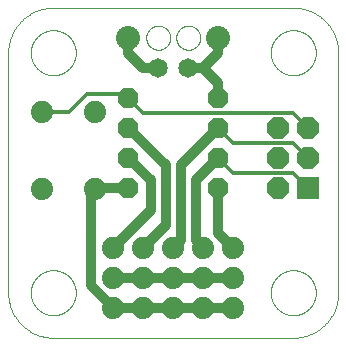
<source format=gbl>
G75*
%MOIN*%
%OFA0B0*%
%FSLAX25Y25*%
%IPPOS*%
%LPD*%
%AMOC8*
5,1,8,0,0,1.08239X$1,22.5*
%
%ADD10C,0.00000*%
%ADD11OC8,0.06800*%
%ADD12R,0.07400X0.07400*%
%ADD13OC8,0.07400*%
%ADD14C,0.08000*%
%ADD15C,0.07400*%
%ADD16C,0.06500*%
%ADD17C,0.03200*%
%ADD18C,0.01200*%
D10*
X0001000Y0016000D02*
X0001000Y0096000D01*
X0008500Y0096000D02*
X0008502Y0096184D01*
X0008509Y0096368D01*
X0008520Y0096552D01*
X0008536Y0096735D01*
X0008556Y0096918D01*
X0008581Y0097100D01*
X0008610Y0097282D01*
X0008644Y0097463D01*
X0008682Y0097643D01*
X0008725Y0097822D01*
X0008772Y0098000D01*
X0008823Y0098177D01*
X0008879Y0098353D01*
X0008938Y0098527D01*
X0009003Y0098699D01*
X0009071Y0098870D01*
X0009143Y0099039D01*
X0009220Y0099207D01*
X0009301Y0099372D01*
X0009386Y0099535D01*
X0009474Y0099697D01*
X0009567Y0099856D01*
X0009664Y0100012D01*
X0009764Y0100167D01*
X0009868Y0100319D01*
X0009976Y0100468D01*
X0010087Y0100614D01*
X0010202Y0100758D01*
X0010321Y0100899D01*
X0010443Y0101037D01*
X0010568Y0101172D01*
X0010697Y0101303D01*
X0010828Y0101432D01*
X0010963Y0101557D01*
X0011101Y0101679D01*
X0011242Y0101798D01*
X0011386Y0101913D01*
X0011532Y0102024D01*
X0011681Y0102132D01*
X0011833Y0102236D01*
X0011988Y0102336D01*
X0012144Y0102433D01*
X0012303Y0102526D01*
X0012465Y0102614D01*
X0012628Y0102699D01*
X0012793Y0102780D01*
X0012961Y0102857D01*
X0013130Y0102929D01*
X0013301Y0102997D01*
X0013473Y0103062D01*
X0013647Y0103121D01*
X0013823Y0103177D01*
X0014000Y0103228D01*
X0014178Y0103275D01*
X0014357Y0103318D01*
X0014537Y0103356D01*
X0014718Y0103390D01*
X0014900Y0103419D01*
X0015082Y0103444D01*
X0015265Y0103464D01*
X0015448Y0103480D01*
X0015632Y0103491D01*
X0015816Y0103498D01*
X0016000Y0103500D01*
X0016184Y0103498D01*
X0016368Y0103491D01*
X0016552Y0103480D01*
X0016735Y0103464D01*
X0016918Y0103444D01*
X0017100Y0103419D01*
X0017282Y0103390D01*
X0017463Y0103356D01*
X0017643Y0103318D01*
X0017822Y0103275D01*
X0018000Y0103228D01*
X0018177Y0103177D01*
X0018353Y0103121D01*
X0018527Y0103062D01*
X0018699Y0102997D01*
X0018870Y0102929D01*
X0019039Y0102857D01*
X0019207Y0102780D01*
X0019372Y0102699D01*
X0019535Y0102614D01*
X0019697Y0102526D01*
X0019856Y0102433D01*
X0020012Y0102336D01*
X0020167Y0102236D01*
X0020319Y0102132D01*
X0020468Y0102024D01*
X0020614Y0101913D01*
X0020758Y0101798D01*
X0020899Y0101679D01*
X0021037Y0101557D01*
X0021172Y0101432D01*
X0021303Y0101303D01*
X0021432Y0101172D01*
X0021557Y0101037D01*
X0021679Y0100899D01*
X0021798Y0100758D01*
X0021913Y0100614D01*
X0022024Y0100468D01*
X0022132Y0100319D01*
X0022236Y0100167D01*
X0022336Y0100012D01*
X0022433Y0099856D01*
X0022526Y0099697D01*
X0022614Y0099535D01*
X0022699Y0099372D01*
X0022780Y0099207D01*
X0022857Y0099039D01*
X0022929Y0098870D01*
X0022997Y0098699D01*
X0023062Y0098527D01*
X0023121Y0098353D01*
X0023177Y0098177D01*
X0023228Y0098000D01*
X0023275Y0097822D01*
X0023318Y0097643D01*
X0023356Y0097463D01*
X0023390Y0097282D01*
X0023419Y0097100D01*
X0023444Y0096918D01*
X0023464Y0096735D01*
X0023480Y0096552D01*
X0023491Y0096368D01*
X0023498Y0096184D01*
X0023500Y0096000D01*
X0023498Y0095816D01*
X0023491Y0095632D01*
X0023480Y0095448D01*
X0023464Y0095265D01*
X0023444Y0095082D01*
X0023419Y0094900D01*
X0023390Y0094718D01*
X0023356Y0094537D01*
X0023318Y0094357D01*
X0023275Y0094178D01*
X0023228Y0094000D01*
X0023177Y0093823D01*
X0023121Y0093647D01*
X0023062Y0093473D01*
X0022997Y0093301D01*
X0022929Y0093130D01*
X0022857Y0092961D01*
X0022780Y0092793D01*
X0022699Y0092628D01*
X0022614Y0092465D01*
X0022526Y0092303D01*
X0022433Y0092144D01*
X0022336Y0091988D01*
X0022236Y0091833D01*
X0022132Y0091681D01*
X0022024Y0091532D01*
X0021913Y0091386D01*
X0021798Y0091242D01*
X0021679Y0091101D01*
X0021557Y0090963D01*
X0021432Y0090828D01*
X0021303Y0090697D01*
X0021172Y0090568D01*
X0021037Y0090443D01*
X0020899Y0090321D01*
X0020758Y0090202D01*
X0020614Y0090087D01*
X0020468Y0089976D01*
X0020319Y0089868D01*
X0020167Y0089764D01*
X0020012Y0089664D01*
X0019856Y0089567D01*
X0019697Y0089474D01*
X0019535Y0089386D01*
X0019372Y0089301D01*
X0019207Y0089220D01*
X0019039Y0089143D01*
X0018870Y0089071D01*
X0018699Y0089003D01*
X0018527Y0088938D01*
X0018353Y0088879D01*
X0018177Y0088823D01*
X0018000Y0088772D01*
X0017822Y0088725D01*
X0017643Y0088682D01*
X0017463Y0088644D01*
X0017282Y0088610D01*
X0017100Y0088581D01*
X0016918Y0088556D01*
X0016735Y0088536D01*
X0016552Y0088520D01*
X0016368Y0088509D01*
X0016184Y0088502D01*
X0016000Y0088500D01*
X0015816Y0088502D01*
X0015632Y0088509D01*
X0015448Y0088520D01*
X0015265Y0088536D01*
X0015082Y0088556D01*
X0014900Y0088581D01*
X0014718Y0088610D01*
X0014537Y0088644D01*
X0014357Y0088682D01*
X0014178Y0088725D01*
X0014000Y0088772D01*
X0013823Y0088823D01*
X0013647Y0088879D01*
X0013473Y0088938D01*
X0013301Y0089003D01*
X0013130Y0089071D01*
X0012961Y0089143D01*
X0012793Y0089220D01*
X0012628Y0089301D01*
X0012465Y0089386D01*
X0012303Y0089474D01*
X0012144Y0089567D01*
X0011988Y0089664D01*
X0011833Y0089764D01*
X0011681Y0089868D01*
X0011532Y0089976D01*
X0011386Y0090087D01*
X0011242Y0090202D01*
X0011101Y0090321D01*
X0010963Y0090443D01*
X0010828Y0090568D01*
X0010697Y0090697D01*
X0010568Y0090828D01*
X0010443Y0090963D01*
X0010321Y0091101D01*
X0010202Y0091242D01*
X0010087Y0091386D01*
X0009976Y0091532D01*
X0009868Y0091681D01*
X0009764Y0091833D01*
X0009664Y0091988D01*
X0009567Y0092144D01*
X0009474Y0092303D01*
X0009386Y0092465D01*
X0009301Y0092628D01*
X0009220Y0092793D01*
X0009143Y0092961D01*
X0009071Y0093130D01*
X0009003Y0093301D01*
X0008938Y0093473D01*
X0008879Y0093647D01*
X0008823Y0093823D01*
X0008772Y0094000D01*
X0008725Y0094178D01*
X0008682Y0094357D01*
X0008644Y0094537D01*
X0008610Y0094718D01*
X0008581Y0094900D01*
X0008556Y0095082D01*
X0008536Y0095265D01*
X0008520Y0095448D01*
X0008509Y0095632D01*
X0008502Y0095816D01*
X0008500Y0096000D01*
X0001000Y0096000D02*
X0001004Y0096362D01*
X0001018Y0096725D01*
X0001039Y0097087D01*
X0001070Y0097448D01*
X0001109Y0097808D01*
X0001157Y0098167D01*
X0001214Y0098525D01*
X0001279Y0098882D01*
X0001353Y0099237D01*
X0001436Y0099590D01*
X0001527Y0099941D01*
X0001626Y0100289D01*
X0001734Y0100635D01*
X0001850Y0100979D01*
X0001975Y0101319D01*
X0002107Y0101656D01*
X0002248Y0101990D01*
X0002397Y0102321D01*
X0002554Y0102648D01*
X0002718Y0102971D01*
X0002890Y0103290D01*
X0003070Y0103604D01*
X0003258Y0103915D01*
X0003453Y0104220D01*
X0003655Y0104521D01*
X0003865Y0104817D01*
X0004081Y0105107D01*
X0004305Y0105393D01*
X0004535Y0105673D01*
X0004772Y0105947D01*
X0005016Y0106215D01*
X0005266Y0106478D01*
X0005522Y0106734D01*
X0005785Y0106984D01*
X0006053Y0107228D01*
X0006327Y0107465D01*
X0006607Y0107695D01*
X0006893Y0107919D01*
X0007183Y0108135D01*
X0007479Y0108345D01*
X0007780Y0108547D01*
X0008085Y0108742D01*
X0008396Y0108930D01*
X0008710Y0109110D01*
X0009029Y0109282D01*
X0009352Y0109446D01*
X0009679Y0109603D01*
X0010010Y0109752D01*
X0010344Y0109893D01*
X0010681Y0110025D01*
X0011021Y0110150D01*
X0011365Y0110266D01*
X0011711Y0110374D01*
X0012059Y0110473D01*
X0012410Y0110564D01*
X0012763Y0110647D01*
X0013118Y0110721D01*
X0013475Y0110786D01*
X0013833Y0110843D01*
X0014192Y0110891D01*
X0014552Y0110930D01*
X0014913Y0110961D01*
X0015275Y0110982D01*
X0015638Y0110996D01*
X0016000Y0111000D01*
X0096000Y0111000D01*
X0088500Y0096000D02*
X0088502Y0096184D01*
X0088509Y0096368D01*
X0088520Y0096552D01*
X0088536Y0096735D01*
X0088556Y0096918D01*
X0088581Y0097100D01*
X0088610Y0097282D01*
X0088644Y0097463D01*
X0088682Y0097643D01*
X0088725Y0097822D01*
X0088772Y0098000D01*
X0088823Y0098177D01*
X0088879Y0098353D01*
X0088938Y0098527D01*
X0089003Y0098699D01*
X0089071Y0098870D01*
X0089143Y0099039D01*
X0089220Y0099207D01*
X0089301Y0099372D01*
X0089386Y0099535D01*
X0089474Y0099697D01*
X0089567Y0099856D01*
X0089664Y0100012D01*
X0089764Y0100167D01*
X0089868Y0100319D01*
X0089976Y0100468D01*
X0090087Y0100614D01*
X0090202Y0100758D01*
X0090321Y0100899D01*
X0090443Y0101037D01*
X0090568Y0101172D01*
X0090697Y0101303D01*
X0090828Y0101432D01*
X0090963Y0101557D01*
X0091101Y0101679D01*
X0091242Y0101798D01*
X0091386Y0101913D01*
X0091532Y0102024D01*
X0091681Y0102132D01*
X0091833Y0102236D01*
X0091988Y0102336D01*
X0092144Y0102433D01*
X0092303Y0102526D01*
X0092465Y0102614D01*
X0092628Y0102699D01*
X0092793Y0102780D01*
X0092961Y0102857D01*
X0093130Y0102929D01*
X0093301Y0102997D01*
X0093473Y0103062D01*
X0093647Y0103121D01*
X0093823Y0103177D01*
X0094000Y0103228D01*
X0094178Y0103275D01*
X0094357Y0103318D01*
X0094537Y0103356D01*
X0094718Y0103390D01*
X0094900Y0103419D01*
X0095082Y0103444D01*
X0095265Y0103464D01*
X0095448Y0103480D01*
X0095632Y0103491D01*
X0095816Y0103498D01*
X0096000Y0103500D01*
X0096184Y0103498D01*
X0096368Y0103491D01*
X0096552Y0103480D01*
X0096735Y0103464D01*
X0096918Y0103444D01*
X0097100Y0103419D01*
X0097282Y0103390D01*
X0097463Y0103356D01*
X0097643Y0103318D01*
X0097822Y0103275D01*
X0098000Y0103228D01*
X0098177Y0103177D01*
X0098353Y0103121D01*
X0098527Y0103062D01*
X0098699Y0102997D01*
X0098870Y0102929D01*
X0099039Y0102857D01*
X0099207Y0102780D01*
X0099372Y0102699D01*
X0099535Y0102614D01*
X0099697Y0102526D01*
X0099856Y0102433D01*
X0100012Y0102336D01*
X0100167Y0102236D01*
X0100319Y0102132D01*
X0100468Y0102024D01*
X0100614Y0101913D01*
X0100758Y0101798D01*
X0100899Y0101679D01*
X0101037Y0101557D01*
X0101172Y0101432D01*
X0101303Y0101303D01*
X0101432Y0101172D01*
X0101557Y0101037D01*
X0101679Y0100899D01*
X0101798Y0100758D01*
X0101913Y0100614D01*
X0102024Y0100468D01*
X0102132Y0100319D01*
X0102236Y0100167D01*
X0102336Y0100012D01*
X0102433Y0099856D01*
X0102526Y0099697D01*
X0102614Y0099535D01*
X0102699Y0099372D01*
X0102780Y0099207D01*
X0102857Y0099039D01*
X0102929Y0098870D01*
X0102997Y0098699D01*
X0103062Y0098527D01*
X0103121Y0098353D01*
X0103177Y0098177D01*
X0103228Y0098000D01*
X0103275Y0097822D01*
X0103318Y0097643D01*
X0103356Y0097463D01*
X0103390Y0097282D01*
X0103419Y0097100D01*
X0103444Y0096918D01*
X0103464Y0096735D01*
X0103480Y0096552D01*
X0103491Y0096368D01*
X0103498Y0096184D01*
X0103500Y0096000D01*
X0103498Y0095816D01*
X0103491Y0095632D01*
X0103480Y0095448D01*
X0103464Y0095265D01*
X0103444Y0095082D01*
X0103419Y0094900D01*
X0103390Y0094718D01*
X0103356Y0094537D01*
X0103318Y0094357D01*
X0103275Y0094178D01*
X0103228Y0094000D01*
X0103177Y0093823D01*
X0103121Y0093647D01*
X0103062Y0093473D01*
X0102997Y0093301D01*
X0102929Y0093130D01*
X0102857Y0092961D01*
X0102780Y0092793D01*
X0102699Y0092628D01*
X0102614Y0092465D01*
X0102526Y0092303D01*
X0102433Y0092144D01*
X0102336Y0091988D01*
X0102236Y0091833D01*
X0102132Y0091681D01*
X0102024Y0091532D01*
X0101913Y0091386D01*
X0101798Y0091242D01*
X0101679Y0091101D01*
X0101557Y0090963D01*
X0101432Y0090828D01*
X0101303Y0090697D01*
X0101172Y0090568D01*
X0101037Y0090443D01*
X0100899Y0090321D01*
X0100758Y0090202D01*
X0100614Y0090087D01*
X0100468Y0089976D01*
X0100319Y0089868D01*
X0100167Y0089764D01*
X0100012Y0089664D01*
X0099856Y0089567D01*
X0099697Y0089474D01*
X0099535Y0089386D01*
X0099372Y0089301D01*
X0099207Y0089220D01*
X0099039Y0089143D01*
X0098870Y0089071D01*
X0098699Y0089003D01*
X0098527Y0088938D01*
X0098353Y0088879D01*
X0098177Y0088823D01*
X0098000Y0088772D01*
X0097822Y0088725D01*
X0097643Y0088682D01*
X0097463Y0088644D01*
X0097282Y0088610D01*
X0097100Y0088581D01*
X0096918Y0088556D01*
X0096735Y0088536D01*
X0096552Y0088520D01*
X0096368Y0088509D01*
X0096184Y0088502D01*
X0096000Y0088500D01*
X0095816Y0088502D01*
X0095632Y0088509D01*
X0095448Y0088520D01*
X0095265Y0088536D01*
X0095082Y0088556D01*
X0094900Y0088581D01*
X0094718Y0088610D01*
X0094537Y0088644D01*
X0094357Y0088682D01*
X0094178Y0088725D01*
X0094000Y0088772D01*
X0093823Y0088823D01*
X0093647Y0088879D01*
X0093473Y0088938D01*
X0093301Y0089003D01*
X0093130Y0089071D01*
X0092961Y0089143D01*
X0092793Y0089220D01*
X0092628Y0089301D01*
X0092465Y0089386D01*
X0092303Y0089474D01*
X0092144Y0089567D01*
X0091988Y0089664D01*
X0091833Y0089764D01*
X0091681Y0089868D01*
X0091532Y0089976D01*
X0091386Y0090087D01*
X0091242Y0090202D01*
X0091101Y0090321D01*
X0090963Y0090443D01*
X0090828Y0090568D01*
X0090697Y0090697D01*
X0090568Y0090828D01*
X0090443Y0090963D01*
X0090321Y0091101D01*
X0090202Y0091242D01*
X0090087Y0091386D01*
X0089976Y0091532D01*
X0089868Y0091681D01*
X0089764Y0091833D01*
X0089664Y0091988D01*
X0089567Y0092144D01*
X0089474Y0092303D01*
X0089386Y0092465D01*
X0089301Y0092628D01*
X0089220Y0092793D01*
X0089143Y0092961D01*
X0089071Y0093130D01*
X0089003Y0093301D01*
X0088938Y0093473D01*
X0088879Y0093647D01*
X0088823Y0093823D01*
X0088772Y0094000D01*
X0088725Y0094178D01*
X0088682Y0094357D01*
X0088644Y0094537D01*
X0088610Y0094718D01*
X0088581Y0094900D01*
X0088556Y0095082D01*
X0088536Y0095265D01*
X0088520Y0095448D01*
X0088509Y0095632D01*
X0088502Y0095816D01*
X0088500Y0096000D01*
X0096000Y0111000D02*
X0096362Y0110996D01*
X0096725Y0110982D01*
X0097087Y0110961D01*
X0097448Y0110930D01*
X0097808Y0110891D01*
X0098167Y0110843D01*
X0098525Y0110786D01*
X0098882Y0110721D01*
X0099237Y0110647D01*
X0099590Y0110564D01*
X0099941Y0110473D01*
X0100289Y0110374D01*
X0100635Y0110266D01*
X0100979Y0110150D01*
X0101319Y0110025D01*
X0101656Y0109893D01*
X0101990Y0109752D01*
X0102321Y0109603D01*
X0102648Y0109446D01*
X0102971Y0109282D01*
X0103290Y0109110D01*
X0103604Y0108930D01*
X0103915Y0108742D01*
X0104220Y0108547D01*
X0104521Y0108345D01*
X0104817Y0108135D01*
X0105107Y0107919D01*
X0105393Y0107695D01*
X0105673Y0107465D01*
X0105947Y0107228D01*
X0106215Y0106984D01*
X0106478Y0106734D01*
X0106734Y0106478D01*
X0106984Y0106215D01*
X0107228Y0105947D01*
X0107465Y0105673D01*
X0107695Y0105393D01*
X0107919Y0105107D01*
X0108135Y0104817D01*
X0108345Y0104521D01*
X0108547Y0104220D01*
X0108742Y0103915D01*
X0108930Y0103604D01*
X0109110Y0103290D01*
X0109282Y0102971D01*
X0109446Y0102648D01*
X0109603Y0102321D01*
X0109752Y0101990D01*
X0109893Y0101656D01*
X0110025Y0101319D01*
X0110150Y0100979D01*
X0110266Y0100635D01*
X0110374Y0100289D01*
X0110473Y0099941D01*
X0110564Y0099590D01*
X0110647Y0099237D01*
X0110721Y0098882D01*
X0110786Y0098525D01*
X0110843Y0098167D01*
X0110891Y0097808D01*
X0110930Y0097448D01*
X0110961Y0097087D01*
X0110982Y0096725D01*
X0110996Y0096362D01*
X0111000Y0096000D01*
X0111000Y0016000D01*
X0088500Y0016000D02*
X0088502Y0016184D01*
X0088509Y0016368D01*
X0088520Y0016552D01*
X0088536Y0016735D01*
X0088556Y0016918D01*
X0088581Y0017100D01*
X0088610Y0017282D01*
X0088644Y0017463D01*
X0088682Y0017643D01*
X0088725Y0017822D01*
X0088772Y0018000D01*
X0088823Y0018177D01*
X0088879Y0018353D01*
X0088938Y0018527D01*
X0089003Y0018699D01*
X0089071Y0018870D01*
X0089143Y0019039D01*
X0089220Y0019207D01*
X0089301Y0019372D01*
X0089386Y0019535D01*
X0089474Y0019697D01*
X0089567Y0019856D01*
X0089664Y0020012D01*
X0089764Y0020167D01*
X0089868Y0020319D01*
X0089976Y0020468D01*
X0090087Y0020614D01*
X0090202Y0020758D01*
X0090321Y0020899D01*
X0090443Y0021037D01*
X0090568Y0021172D01*
X0090697Y0021303D01*
X0090828Y0021432D01*
X0090963Y0021557D01*
X0091101Y0021679D01*
X0091242Y0021798D01*
X0091386Y0021913D01*
X0091532Y0022024D01*
X0091681Y0022132D01*
X0091833Y0022236D01*
X0091988Y0022336D01*
X0092144Y0022433D01*
X0092303Y0022526D01*
X0092465Y0022614D01*
X0092628Y0022699D01*
X0092793Y0022780D01*
X0092961Y0022857D01*
X0093130Y0022929D01*
X0093301Y0022997D01*
X0093473Y0023062D01*
X0093647Y0023121D01*
X0093823Y0023177D01*
X0094000Y0023228D01*
X0094178Y0023275D01*
X0094357Y0023318D01*
X0094537Y0023356D01*
X0094718Y0023390D01*
X0094900Y0023419D01*
X0095082Y0023444D01*
X0095265Y0023464D01*
X0095448Y0023480D01*
X0095632Y0023491D01*
X0095816Y0023498D01*
X0096000Y0023500D01*
X0096184Y0023498D01*
X0096368Y0023491D01*
X0096552Y0023480D01*
X0096735Y0023464D01*
X0096918Y0023444D01*
X0097100Y0023419D01*
X0097282Y0023390D01*
X0097463Y0023356D01*
X0097643Y0023318D01*
X0097822Y0023275D01*
X0098000Y0023228D01*
X0098177Y0023177D01*
X0098353Y0023121D01*
X0098527Y0023062D01*
X0098699Y0022997D01*
X0098870Y0022929D01*
X0099039Y0022857D01*
X0099207Y0022780D01*
X0099372Y0022699D01*
X0099535Y0022614D01*
X0099697Y0022526D01*
X0099856Y0022433D01*
X0100012Y0022336D01*
X0100167Y0022236D01*
X0100319Y0022132D01*
X0100468Y0022024D01*
X0100614Y0021913D01*
X0100758Y0021798D01*
X0100899Y0021679D01*
X0101037Y0021557D01*
X0101172Y0021432D01*
X0101303Y0021303D01*
X0101432Y0021172D01*
X0101557Y0021037D01*
X0101679Y0020899D01*
X0101798Y0020758D01*
X0101913Y0020614D01*
X0102024Y0020468D01*
X0102132Y0020319D01*
X0102236Y0020167D01*
X0102336Y0020012D01*
X0102433Y0019856D01*
X0102526Y0019697D01*
X0102614Y0019535D01*
X0102699Y0019372D01*
X0102780Y0019207D01*
X0102857Y0019039D01*
X0102929Y0018870D01*
X0102997Y0018699D01*
X0103062Y0018527D01*
X0103121Y0018353D01*
X0103177Y0018177D01*
X0103228Y0018000D01*
X0103275Y0017822D01*
X0103318Y0017643D01*
X0103356Y0017463D01*
X0103390Y0017282D01*
X0103419Y0017100D01*
X0103444Y0016918D01*
X0103464Y0016735D01*
X0103480Y0016552D01*
X0103491Y0016368D01*
X0103498Y0016184D01*
X0103500Y0016000D01*
X0103498Y0015816D01*
X0103491Y0015632D01*
X0103480Y0015448D01*
X0103464Y0015265D01*
X0103444Y0015082D01*
X0103419Y0014900D01*
X0103390Y0014718D01*
X0103356Y0014537D01*
X0103318Y0014357D01*
X0103275Y0014178D01*
X0103228Y0014000D01*
X0103177Y0013823D01*
X0103121Y0013647D01*
X0103062Y0013473D01*
X0102997Y0013301D01*
X0102929Y0013130D01*
X0102857Y0012961D01*
X0102780Y0012793D01*
X0102699Y0012628D01*
X0102614Y0012465D01*
X0102526Y0012303D01*
X0102433Y0012144D01*
X0102336Y0011988D01*
X0102236Y0011833D01*
X0102132Y0011681D01*
X0102024Y0011532D01*
X0101913Y0011386D01*
X0101798Y0011242D01*
X0101679Y0011101D01*
X0101557Y0010963D01*
X0101432Y0010828D01*
X0101303Y0010697D01*
X0101172Y0010568D01*
X0101037Y0010443D01*
X0100899Y0010321D01*
X0100758Y0010202D01*
X0100614Y0010087D01*
X0100468Y0009976D01*
X0100319Y0009868D01*
X0100167Y0009764D01*
X0100012Y0009664D01*
X0099856Y0009567D01*
X0099697Y0009474D01*
X0099535Y0009386D01*
X0099372Y0009301D01*
X0099207Y0009220D01*
X0099039Y0009143D01*
X0098870Y0009071D01*
X0098699Y0009003D01*
X0098527Y0008938D01*
X0098353Y0008879D01*
X0098177Y0008823D01*
X0098000Y0008772D01*
X0097822Y0008725D01*
X0097643Y0008682D01*
X0097463Y0008644D01*
X0097282Y0008610D01*
X0097100Y0008581D01*
X0096918Y0008556D01*
X0096735Y0008536D01*
X0096552Y0008520D01*
X0096368Y0008509D01*
X0096184Y0008502D01*
X0096000Y0008500D01*
X0095816Y0008502D01*
X0095632Y0008509D01*
X0095448Y0008520D01*
X0095265Y0008536D01*
X0095082Y0008556D01*
X0094900Y0008581D01*
X0094718Y0008610D01*
X0094537Y0008644D01*
X0094357Y0008682D01*
X0094178Y0008725D01*
X0094000Y0008772D01*
X0093823Y0008823D01*
X0093647Y0008879D01*
X0093473Y0008938D01*
X0093301Y0009003D01*
X0093130Y0009071D01*
X0092961Y0009143D01*
X0092793Y0009220D01*
X0092628Y0009301D01*
X0092465Y0009386D01*
X0092303Y0009474D01*
X0092144Y0009567D01*
X0091988Y0009664D01*
X0091833Y0009764D01*
X0091681Y0009868D01*
X0091532Y0009976D01*
X0091386Y0010087D01*
X0091242Y0010202D01*
X0091101Y0010321D01*
X0090963Y0010443D01*
X0090828Y0010568D01*
X0090697Y0010697D01*
X0090568Y0010828D01*
X0090443Y0010963D01*
X0090321Y0011101D01*
X0090202Y0011242D01*
X0090087Y0011386D01*
X0089976Y0011532D01*
X0089868Y0011681D01*
X0089764Y0011833D01*
X0089664Y0011988D01*
X0089567Y0012144D01*
X0089474Y0012303D01*
X0089386Y0012465D01*
X0089301Y0012628D01*
X0089220Y0012793D01*
X0089143Y0012961D01*
X0089071Y0013130D01*
X0089003Y0013301D01*
X0088938Y0013473D01*
X0088879Y0013647D01*
X0088823Y0013823D01*
X0088772Y0014000D01*
X0088725Y0014178D01*
X0088682Y0014357D01*
X0088644Y0014537D01*
X0088610Y0014718D01*
X0088581Y0014900D01*
X0088556Y0015082D01*
X0088536Y0015265D01*
X0088520Y0015448D01*
X0088509Y0015632D01*
X0088502Y0015816D01*
X0088500Y0016000D01*
X0096000Y0001000D02*
X0096362Y0001004D01*
X0096725Y0001018D01*
X0097087Y0001039D01*
X0097448Y0001070D01*
X0097808Y0001109D01*
X0098167Y0001157D01*
X0098525Y0001214D01*
X0098882Y0001279D01*
X0099237Y0001353D01*
X0099590Y0001436D01*
X0099941Y0001527D01*
X0100289Y0001626D01*
X0100635Y0001734D01*
X0100979Y0001850D01*
X0101319Y0001975D01*
X0101656Y0002107D01*
X0101990Y0002248D01*
X0102321Y0002397D01*
X0102648Y0002554D01*
X0102971Y0002718D01*
X0103290Y0002890D01*
X0103604Y0003070D01*
X0103915Y0003258D01*
X0104220Y0003453D01*
X0104521Y0003655D01*
X0104817Y0003865D01*
X0105107Y0004081D01*
X0105393Y0004305D01*
X0105673Y0004535D01*
X0105947Y0004772D01*
X0106215Y0005016D01*
X0106478Y0005266D01*
X0106734Y0005522D01*
X0106984Y0005785D01*
X0107228Y0006053D01*
X0107465Y0006327D01*
X0107695Y0006607D01*
X0107919Y0006893D01*
X0108135Y0007183D01*
X0108345Y0007479D01*
X0108547Y0007780D01*
X0108742Y0008085D01*
X0108930Y0008396D01*
X0109110Y0008710D01*
X0109282Y0009029D01*
X0109446Y0009352D01*
X0109603Y0009679D01*
X0109752Y0010010D01*
X0109893Y0010344D01*
X0110025Y0010681D01*
X0110150Y0011021D01*
X0110266Y0011365D01*
X0110374Y0011711D01*
X0110473Y0012059D01*
X0110564Y0012410D01*
X0110647Y0012763D01*
X0110721Y0013118D01*
X0110786Y0013475D01*
X0110843Y0013833D01*
X0110891Y0014192D01*
X0110930Y0014552D01*
X0110961Y0014913D01*
X0110982Y0015275D01*
X0110996Y0015638D01*
X0111000Y0016000D01*
X0096000Y0001000D02*
X0016000Y0001000D01*
X0008500Y0016000D02*
X0008502Y0016184D01*
X0008509Y0016368D01*
X0008520Y0016552D01*
X0008536Y0016735D01*
X0008556Y0016918D01*
X0008581Y0017100D01*
X0008610Y0017282D01*
X0008644Y0017463D01*
X0008682Y0017643D01*
X0008725Y0017822D01*
X0008772Y0018000D01*
X0008823Y0018177D01*
X0008879Y0018353D01*
X0008938Y0018527D01*
X0009003Y0018699D01*
X0009071Y0018870D01*
X0009143Y0019039D01*
X0009220Y0019207D01*
X0009301Y0019372D01*
X0009386Y0019535D01*
X0009474Y0019697D01*
X0009567Y0019856D01*
X0009664Y0020012D01*
X0009764Y0020167D01*
X0009868Y0020319D01*
X0009976Y0020468D01*
X0010087Y0020614D01*
X0010202Y0020758D01*
X0010321Y0020899D01*
X0010443Y0021037D01*
X0010568Y0021172D01*
X0010697Y0021303D01*
X0010828Y0021432D01*
X0010963Y0021557D01*
X0011101Y0021679D01*
X0011242Y0021798D01*
X0011386Y0021913D01*
X0011532Y0022024D01*
X0011681Y0022132D01*
X0011833Y0022236D01*
X0011988Y0022336D01*
X0012144Y0022433D01*
X0012303Y0022526D01*
X0012465Y0022614D01*
X0012628Y0022699D01*
X0012793Y0022780D01*
X0012961Y0022857D01*
X0013130Y0022929D01*
X0013301Y0022997D01*
X0013473Y0023062D01*
X0013647Y0023121D01*
X0013823Y0023177D01*
X0014000Y0023228D01*
X0014178Y0023275D01*
X0014357Y0023318D01*
X0014537Y0023356D01*
X0014718Y0023390D01*
X0014900Y0023419D01*
X0015082Y0023444D01*
X0015265Y0023464D01*
X0015448Y0023480D01*
X0015632Y0023491D01*
X0015816Y0023498D01*
X0016000Y0023500D01*
X0016184Y0023498D01*
X0016368Y0023491D01*
X0016552Y0023480D01*
X0016735Y0023464D01*
X0016918Y0023444D01*
X0017100Y0023419D01*
X0017282Y0023390D01*
X0017463Y0023356D01*
X0017643Y0023318D01*
X0017822Y0023275D01*
X0018000Y0023228D01*
X0018177Y0023177D01*
X0018353Y0023121D01*
X0018527Y0023062D01*
X0018699Y0022997D01*
X0018870Y0022929D01*
X0019039Y0022857D01*
X0019207Y0022780D01*
X0019372Y0022699D01*
X0019535Y0022614D01*
X0019697Y0022526D01*
X0019856Y0022433D01*
X0020012Y0022336D01*
X0020167Y0022236D01*
X0020319Y0022132D01*
X0020468Y0022024D01*
X0020614Y0021913D01*
X0020758Y0021798D01*
X0020899Y0021679D01*
X0021037Y0021557D01*
X0021172Y0021432D01*
X0021303Y0021303D01*
X0021432Y0021172D01*
X0021557Y0021037D01*
X0021679Y0020899D01*
X0021798Y0020758D01*
X0021913Y0020614D01*
X0022024Y0020468D01*
X0022132Y0020319D01*
X0022236Y0020167D01*
X0022336Y0020012D01*
X0022433Y0019856D01*
X0022526Y0019697D01*
X0022614Y0019535D01*
X0022699Y0019372D01*
X0022780Y0019207D01*
X0022857Y0019039D01*
X0022929Y0018870D01*
X0022997Y0018699D01*
X0023062Y0018527D01*
X0023121Y0018353D01*
X0023177Y0018177D01*
X0023228Y0018000D01*
X0023275Y0017822D01*
X0023318Y0017643D01*
X0023356Y0017463D01*
X0023390Y0017282D01*
X0023419Y0017100D01*
X0023444Y0016918D01*
X0023464Y0016735D01*
X0023480Y0016552D01*
X0023491Y0016368D01*
X0023498Y0016184D01*
X0023500Y0016000D01*
X0023498Y0015816D01*
X0023491Y0015632D01*
X0023480Y0015448D01*
X0023464Y0015265D01*
X0023444Y0015082D01*
X0023419Y0014900D01*
X0023390Y0014718D01*
X0023356Y0014537D01*
X0023318Y0014357D01*
X0023275Y0014178D01*
X0023228Y0014000D01*
X0023177Y0013823D01*
X0023121Y0013647D01*
X0023062Y0013473D01*
X0022997Y0013301D01*
X0022929Y0013130D01*
X0022857Y0012961D01*
X0022780Y0012793D01*
X0022699Y0012628D01*
X0022614Y0012465D01*
X0022526Y0012303D01*
X0022433Y0012144D01*
X0022336Y0011988D01*
X0022236Y0011833D01*
X0022132Y0011681D01*
X0022024Y0011532D01*
X0021913Y0011386D01*
X0021798Y0011242D01*
X0021679Y0011101D01*
X0021557Y0010963D01*
X0021432Y0010828D01*
X0021303Y0010697D01*
X0021172Y0010568D01*
X0021037Y0010443D01*
X0020899Y0010321D01*
X0020758Y0010202D01*
X0020614Y0010087D01*
X0020468Y0009976D01*
X0020319Y0009868D01*
X0020167Y0009764D01*
X0020012Y0009664D01*
X0019856Y0009567D01*
X0019697Y0009474D01*
X0019535Y0009386D01*
X0019372Y0009301D01*
X0019207Y0009220D01*
X0019039Y0009143D01*
X0018870Y0009071D01*
X0018699Y0009003D01*
X0018527Y0008938D01*
X0018353Y0008879D01*
X0018177Y0008823D01*
X0018000Y0008772D01*
X0017822Y0008725D01*
X0017643Y0008682D01*
X0017463Y0008644D01*
X0017282Y0008610D01*
X0017100Y0008581D01*
X0016918Y0008556D01*
X0016735Y0008536D01*
X0016552Y0008520D01*
X0016368Y0008509D01*
X0016184Y0008502D01*
X0016000Y0008500D01*
X0015816Y0008502D01*
X0015632Y0008509D01*
X0015448Y0008520D01*
X0015265Y0008536D01*
X0015082Y0008556D01*
X0014900Y0008581D01*
X0014718Y0008610D01*
X0014537Y0008644D01*
X0014357Y0008682D01*
X0014178Y0008725D01*
X0014000Y0008772D01*
X0013823Y0008823D01*
X0013647Y0008879D01*
X0013473Y0008938D01*
X0013301Y0009003D01*
X0013130Y0009071D01*
X0012961Y0009143D01*
X0012793Y0009220D01*
X0012628Y0009301D01*
X0012465Y0009386D01*
X0012303Y0009474D01*
X0012144Y0009567D01*
X0011988Y0009664D01*
X0011833Y0009764D01*
X0011681Y0009868D01*
X0011532Y0009976D01*
X0011386Y0010087D01*
X0011242Y0010202D01*
X0011101Y0010321D01*
X0010963Y0010443D01*
X0010828Y0010568D01*
X0010697Y0010697D01*
X0010568Y0010828D01*
X0010443Y0010963D01*
X0010321Y0011101D01*
X0010202Y0011242D01*
X0010087Y0011386D01*
X0009976Y0011532D01*
X0009868Y0011681D01*
X0009764Y0011833D01*
X0009664Y0011988D01*
X0009567Y0012144D01*
X0009474Y0012303D01*
X0009386Y0012465D01*
X0009301Y0012628D01*
X0009220Y0012793D01*
X0009143Y0012961D01*
X0009071Y0013130D01*
X0009003Y0013301D01*
X0008938Y0013473D01*
X0008879Y0013647D01*
X0008823Y0013823D01*
X0008772Y0014000D01*
X0008725Y0014178D01*
X0008682Y0014357D01*
X0008644Y0014537D01*
X0008610Y0014718D01*
X0008581Y0014900D01*
X0008556Y0015082D01*
X0008536Y0015265D01*
X0008520Y0015448D01*
X0008509Y0015632D01*
X0008502Y0015816D01*
X0008500Y0016000D01*
X0001000Y0016000D02*
X0001004Y0015638D01*
X0001018Y0015275D01*
X0001039Y0014913D01*
X0001070Y0014552D01*
X0001109Y0014192D01*
X0001157Y0013833D01*
X0001214Y0013475D01*
X0001279Y0013118D01*
X0001353Y0012763D01*
X0001436Y0012410D01*
X0001527Y0012059D01*
X0001626Y0011711D01*
X0001734Y0011365D01*
X0001850Y0011021D01*
X0001975Y0010681D01*
X0002107Y0010344D01*
X0002248Y0010010D01*
X0002397Y0009679D01*
X0002554Y0009352D01*
X0002718Y0009029D01*
X0002890Y0008710D01*
X0003070Y0008396D01*
X0003258Y0008085D01*
X0003453Y0007780D01*
X0003655Y0007479D01*
X0003865Y0007183D01*
X0004081Y0006893D01*
X0004305Y0006607D01*
X0004535Y0006327D01*
X0004772Y0006053D01*
X0005016Y0005785D01*
X0005266Y0005522D01*
X0005522Y0005266D01*
X0005785Y0005016D01*
X0006053Y0004772D01*
X0006327Y0004535D01*
X0006607Y0004305D01*
X0006893Y0004081D01*
X0007183Y0003865D01*
X0007479Y0003655D01*
X0007780Y0003453D01*
X0008085Y0003258D01*
X0008396Y0003070D01*
X0008710Y0002890D01*
X0009029Y0002718D01*
X0009352Y0002554D01*
X0009679Y0002397D01*
X0010010Y0002248D01*
X0010344Y0002107D01*
X0010681Y0001975D01*
X0011021Y0001850D01*
X0011365Y0001734D01*
X0011711Y0001626D01*
X0012059Y0001527D01*
X0012410Y0001436D01*
X0012763Y0001353D01*
X0013118Y0001279D01*
X0013475Y0001214D01*
X0013833Y0001157D01*
X0014192Y0001109D01*
X0014552Y0001070D01*
X0014913Y0001039D01*
X0015275Y0001018D01*
X0015638Y0001004D01*
X0016000Y0001000D01*
X0047000Y0101000D02*
X0047002Y0101126D01*
X0047008Y0101252D01*
X0047018Y0101378D01*
X0047032Y0101504D01*
X0047050Y0101629D01*
X0047072Y0101753D01*
X0047097Y0101877D01*
X0047127Y0102000D01*
X0047160Y0102121D01*
X0047198Y0102242D01*
X0047239Y0102361D01*
X0047284Y0102480D01*
X0047332Y0102596D01*
X0047384Y0102711D01*
X0047440Y0102824D01*
X0047500Y0102936D01*
X0047563Y0103045D01*
X0047629Y0103153D01*
X0047698Y0103258D01*
X0047771Y0103361D01*
X0047848Y0103462D01*
X0047927Y0103560D01*
X0048009Y0103656D01*
X0048095Y0103749D01*
X0048183Y0103840D01*
X0048274Y0103927D01*
X0048368Y0104012D01*
X0048464Y0104093D01*
X0048563Y0104172D01*
X0048664Y0104247D01*
X0048768Y0104319D01*
X0048874Y0104388D01*
X0048982Y0104454D01*
X0049092Y0104516D01*
X0049204Y0104574D01*
X0049317Y0104629D01*
X0049433Y0104680D01*
X0049550Y0104728D01*
X0049668Y0104772D01*
X0049788Y0104812D01*
X0049909Y0104848D01*
X0050031Y0104881D01*
X0050154Y0104910D01*
X0050278Y0104934D01*
X0050402Y0104955D01*
X0050527Y0104972D01*
X0050653Y0104985D01*
X0050779Y0104994D01*
X0050905Y0104999D01*
X0051032Y0105000D01*
X0051158Y0104997D01*
X0051284Y0104990D01*
X0051410Y0104979D01*
X0051535Y0104964D01*
X0051660Y0104945D01*
X0051784Y0104922D01*
X0051908Y0104896D01*
X0052030Y0104865D01*
X0052152Y0104831D01*
X0052272Y0104792D01*
X0052391Y0104750D01*
X0052509Y0104705D01*
X0052625Y0104655D01*
X0052740Y0104602D01*
X0052852Y0104545D01*
X0052963Y0104485D01*
X0053072Y0104421D01*
X0053179Y0104354D01*
X0053284Y0104284D01*
X0053387Y0104210D01*
X0053487Y0104133D01*
X0053585Y0104053D01*
X0053680Y0103970D01*
X0053772Y0103884D01*
X0053862Y0103795D01*
X0053949Y0103703D01*
X0054032Y0103609D01*
X0054113Y0103512D01*
X0054191Y0103412D01*
X0054266Y0103310D01*
X0054337Y0103206D01*
X0054405Y0103099D01*
X0054469Y0102991D01*
X0054530Y0102880D01*
X0054588Y0102768D01*
X0054642Y0102654D01*
X0054692Y0102538D01*
X0054739Y0102421D01*
X0054782Y0102302D01*
X0054821Y0102182D01*
X0054857Y0102061D01*
X0054888Y0101938D01*
X0054916Y0101815D01*
X0054940Y0101691D01*
X0054960Y0101566D01*
X0054976Y0101441D01*
X0054988Y0101315D01*
X0054996Y0101189D01*
X0055000Y0101063D01*
X0055000Y0100937D01*
X0054996Y0100811D01*
X0054988Y0100685D01*
X0054976Y0100559D01*
X0054960Y0100434D01*
X0054940Y0100309D01*
X0054916Y0100185D01*
X0054888Y0100062D01*
X0054857Y0099939D01*
X0054821Y0099818D01*
X0054782Y0099698D01*
X0054739Y0099579D01*
X0054692Y0099462D01*
X0054642Y0099346D01*
X0054588Y0099232D01*
X0054530Y0099120D01*
X0054469Y0099009D01*
X0054405Y0098901D01*
X0054337Y0098794D01*
X0054266Y0098690D01*
X0054191Y0098588D01*
X0054113Y0098488D01*
X0054032Y0098391D01*
X0053949Y0098297D01*
X0053862Y0098205D01*
X0053772Y0098116D01*
X0053680Y0098030D01*
X0053585Y0097947D01*
X0053487Y0097867D01*
X0053387Y0097790D01*
X0053284Y0097716D01*
X0053179Y0097646D01*
X0053072Y0097579D01*
X0052963Y0097515D01*
X0052852Y0097455D01*
X0052740Y0097398D01*
X0052625Y0097345D01*
X0052509Y0097295D01*
X0052391Y0097250D01*
X0052272Y0097208D01*
X0052152Y0097169D01*
X0052030Y0097135D01*
X0051908Y0097104D01*
X0051784Y0097078D01*
X0051660Y0097055D01*
X0051535Y0097036D01*
X0051410Y0097021D01*
X0051284Y0097010D01*
X0051158Y0097003D01*
X0051032Y0097000D01*
X0050905Y0097001D01*
X0050779Y0097006D01*
X0050653Y0097015D01*
X0050527Y0097028D01*
X0050402Y0097045D01*
X0050278Y0097066D01*
X0050154Y0097090D01*
X0050031Y0097119D01*
X0049909Y0097152D01*
X0049788Y0097188D01*
X0049668Y0097228D01*
X0049550Y0097272D01*
X0049433Y0097320D01*
X0049317Y0097371D01*
X0049204Y0097426D01*
X0049092Y0097484D01*
X0048982Y0097546D01*
X0048874Y0097612D01*
X0048768Y0097681D01*
X0048664Y0097753D01*
X0048563Y0097828D01*
X0048464Y0097907D01*
X0048368Y0097988D01*
X0048274Y0098073D01*
X0048183Y0098160D01*
X0048095Y0098251D01*
X0048009Y0098344D01*
X0047927Y0098440D01*
X0047848Y0098538D01*
X0047771Y0098639D01*
X0047698Y0098742D01*
X0047629Y0098847D01*
X0047563Y0098955D01*
X0047500Y0099064D01*
X0047440Y0099176D01*
X0047384Y0099289D01*
X0047332Y0099404D01*
X0047284Y0099520D01*
X0047239Y0099639D01*
X0047198Y0099758D01*
X0047160Y0099879D01*
X0047127Y0100000D01*
X0047097Y0100123D01*
X0047072Y0100247D01*
X0047050Y0100371D01*
X0047032Y0100496D01*
X0047018Y0100622D01*
X0047008Y0100748D01*
X0047002Y0100874D01*
X0047000Y0101000D01*
X0057000Y0101000D02*
X0057002Y0101126D01*
X0057008Y0101252D01*
X0057018Y0101378D01*
X0057032Y0101504D01*
X0057050Y0101629D01*
X0057072Y0101753D01*
X0057097Y0101877D01*
X0057127Y0102000D01*
X0057160Y0102121D01*
X0057198Y0102242D01*
X0057239Y0102361D01*
X0057284Y0102480D01*
X0057332Y0102596D01*
X0057384Y0102711D01*
X0057440Y0102824D01*
X0057500Y0102936D01*
X0057563Y0103045D01*
X0057629Y0103153D01*
X0057698Y0103258D01*
X0057771Y0103361D01*
X0057848Y0103462D01*
X0057927Y0103560D01*
X0058009Y0103656D01*
X0058095Y0103749D01*
X0058183Y0103840D01*
X0058274Y0103927D01*
X0058368Y0104012D01*
X0058464Y0104093D01*
X0058563Y0104172D01*
X0058664Y0104247D01*
X0058768Y0104319D01*
X0058874Y0104388D01*
X0058982Y0104454D01*
X0059092Y0104516D01*
X0059204Y0104574D01*
X0059317Y0104629D01*
X0059433Y0104680D01*
X0059550Y0104728D01*
X0059668Y0104772D01*
X0059788Y0104812D01*
X0059909Y0104848D01*
X0060031Y0104881D01*
X0060154Y0104910D01*
X0060278Y0104934D01*
X0060402Y0104955D01*
X0060527Y0104972D01*
X0060653Y0104985D01*
X0060779Y0104994D01*
X0060905Y0104999D01*
X0061032Y0105000D01*
X0061158Y0104997D01*
X0061284Y0104990D01*
X0061410Y0104979D01*
X0061535Y0104964D01*
X0061660Y0104945D01*
X0061784Y0104922D01*
X0061908Y0104896D01*
X0062030Y0104865D01*
X0062152Y0104831D01*
X0062272Y0104792D01*
X0062391Y0104750D01*
X0062509Y0104705D01*
X0062625Y0104655D01*
X0062740Y0104602D01*
X0062852Y0104545D01*
X0062963Y0104485D01*
X0063072Y0104421D01*
X0063179Y0104354D01*
X0063284Y0104284D01*
X0063387Y0104210D01*
X0063487Y0104133D01*
X0063585Y0104053D01*
X0063680Y0103970D01*
X0063772Y0103884D01*
X0063862Y0103795D01*
X0063949Y0103703D01*
X0064032Y0103609D01*
X0064113Y0103512D01*
X0064191Y0103412D01*
X0064266Y0103310D01*
X0064337Y0103206D01*
X0064405Y0103099D01*
X0064469Y0102991D01*
X0064530Y0102880D01*
X0064588Y0102768D01*
X0064642Y0102654D01*
X0064692Y0102538D01*
X0064739Y0102421D01*
X0064782Y0102302D01*
X0064821Y0102182D01*
X0064857Y0102061D01*
X0064888Y0101938D01*
X0064916Y0101815D01*
X0064940Y0101691D01*
X0064960Y0101566D01*
X0064976Y0101441D01*
X0064988Y0101315D01*
X0064996Y0101189D01*
X0065000Y0101063D01*
X0065000Y0100937D01*
X0064996Y0100811D01*
X0064988Y0100685D01*
X0064976Y0100559D01*
X0064960Y0100434D01*
X0064940Y0100309D01*
X0064916Y0100185D01*
X0064888Y0100062D01*
X0064857Y0099939D01*
X0064821Y0099818D01*
X0064782Y0099698D01*
X0064739Y0099579D01*
X0064692Y0099462D01*
X0064642Y0099346D01*
X0064588Y0099232D01*
X0064530Y0099120D01*
X0064469Y0099009D01*
X0064405Y0098901D01*
X0064337Y0098794D01*
X0064266Y0098690D01*
X0064191Y0098588D01*
X0064113Y0098488D01*
X0064032Y0098391D01*
X0063949Y0098297D01*
X0063862Y0098205D01*
X0063772Y0098116D01*
X0063680Y0098030D01*
X0063585Y0097947D01*
X0063487Y0097867D01*
X0063387Y0097790D01*
X0063284Y0097716D01*
X0063179Y0097646D01*
X0063072Y0097579D01*
X0062963Y0097515D01*
X0062852Y0097455D01*
X0062740Y0097398D01*
X0062625Y0097345D01*
X0062509Y0097295D01*
X0062391Y0097250D01*
X0062272Y0097208D01*
X0062152Y0097169D01*
X0062030Y0097135D01*
X0061908Y0097104D01*
X0061784Y0097078D01*
X0061660Y0097055D01*
X0061535Y0097036D01*
X0061410Y0097021D01*
X0061284Y0097010D01*
X0061158Y0097003D01*
X0061032Y0097000D01*
X0060905Y0097001D01*
X0060779Y0097006D01*
X0060653Y0097015D01*
X0060527Y0097028D01*
X0060402Y0097045D01*
X0060278Y0097066D01*
X0060154Y0097090D01*
X0060031Y0097119D01*
X0059909Y0097152D01*
X0059788Y0097188D01*
X0059668Y0097228D01*
X0059550Y0097272D01*
X0059433Y0097320D01*
X0059317Y0097371D01*
X0059204Y0097426D01*
X0059092Y0097484D01*
X0058982Y0097546D01*
X0058874Y0097612D01*
X0058768Y0097681D01*
X0058664Y0097753D01*
X0058563Y0097828D01*
X0058464Y0097907D01*
X0058368Y0097988D01*
X0058274Y0098073D01*
X0058183Y0098160D01*
X0058095Y0098251D01*
X0058009Y0098344D01*
X0057927Y0098440D01*
X0057848Y0098538D01*
X0057771Y0098639D01*
X0057698Y0098742D01*
X0057629Y0098847D01*
X0057563Y0098955D01*
X0057500Y0099064D01*
X0057440Y0099176D01*
X0057384Y0099289D01*
X0057332Y0099404D01*
X0057284Y0099520D01*
X0057239Y0099639D01*
X0057198Y0099758D01*
X0057160Y0099879D01*
X0057127Y0100000D01*
X0057097Y0100123D01*
X0057072Y0100247D01*
X0057050Y0100371D01*
X0057032Y0100496D01*
X0057018Y0100622D01*
X0057008Y0100748D01*
X0057002Y0100874D01*
X0057000Y0101000D01*
D11*
X0071000Y0081000D03*
X0071000Y0071000D03*
X0071000Y0061000D03*
X0071000Y0051000D03*
X0041000Y0051000D03*
X0041000Y0061000D03*
X0041000Y0071000D03*
X0041000Y0081000D03*
D12*
X0101000Y0051000D03*
D13*
X0101000Y0061000D03*
X0101000Y0071000D03*
X0091000Y0071000D03*
X0091000Y0061000D03*
X0091000Y0051000D03*
D14*
X0071000Y0101000D03*
X0041000Y0101000D03*
D15*
X0029900Y0076300D03*
X0012100Y0076300D03*
X0012100Y0050700D03*
X0029900Y0050700D03*
X0036000Y0031000D03*
X0036000Y0021000D03*
X0036000Y0011000D03*
X0046000Y0011000D03*
X0046000Y0021000D03*
X0046000Y0031000D03*
X0056000Y0031000D03*
X0056000Y0021000D03*
X0056000Y0011000D03*
X0066000Y0011000D03*
X0066000Y0021000D03*
X0066000Y0031000D03*
X0076000Y0031000D03*
X0076000Y0021000D03*
X0076000Y0011000D03*
D16*
X0061000Y0091000D03*
X0051000Y0091000D03*
D17*
X0046000Y0091000D01*
X0041000Y0096000D01*
X0041000Y0101000D01*
X0061000Y0091000D02*
X0066000Y0091000D01*
X0071000Y0086000D01*
X0071000Y0081000D01*
X0071000Y0071000D02*
X0058500Y0058500D01*
X0058500Y0033500D01*
X0056000Y0031000D01*
X0053500Y0038500D02*
X0046000Y0031000D01*
X0053500Y0038500D02*
X0053500Y0058500D01*
X0041000Y0071000D01*
X0041000Y0061000D02*
X0048500Y0053500D01*
X0048500Y0043500D01*
X0036000Y0031000D01*
X0036000Y0021000D02*
X0046000Y0021000D01*
X0056000Y0021000D01*
X0066000Y0021000D01*
X0076000Y0021000D01*
X0076000Y0011000D02*
X0066000Y0011000D01*
X0056000Y0011000D01*
X0046000Y0011000D01*
X0036000Y0011000D01*
X0028500Y0018500D01*
X0028500Y0049300D01*
X0029900Y0050700D01*
X0030200Y0051000D01*
X0041000Y0051000D01*
X0063500Y0053500D02*
X0063500Y0033500D01*
X0066000Y0031000D01*
X0071000Y0036000D02*
X0071000Y0051000D01*
X0063500Y0053500D02*
X0071000Y0061000D01*
X0071000Y0036000D02*
X0076000Y0031000D01*
X0066000Y0091000D02*
X0071000Y0096000D01*
X0071000Y0101000D01*
D18*
X0046000Y0076000D02*
X0041000Y0081000D01*
X0039750Y0082250D01*
X0027250Y0082250D01*
X0021300Y0076300D01*
X0012100Y0076300D01*
X0046000Y0076000D02*
X0096000Y0076000D01*
X0101000Y0071000D01*
X0096000Y0066000D02*
X0076000Y0066000D01*
X0071000Y0071000D01*
X0071000Y0061000D02*
X0076000Y0056000D01*
X0096000Y0056000D01*
X0101000Y0051000D01*
X0101000Y0061000D02*
X0096000Y0066000D01*
M02*

</source>
